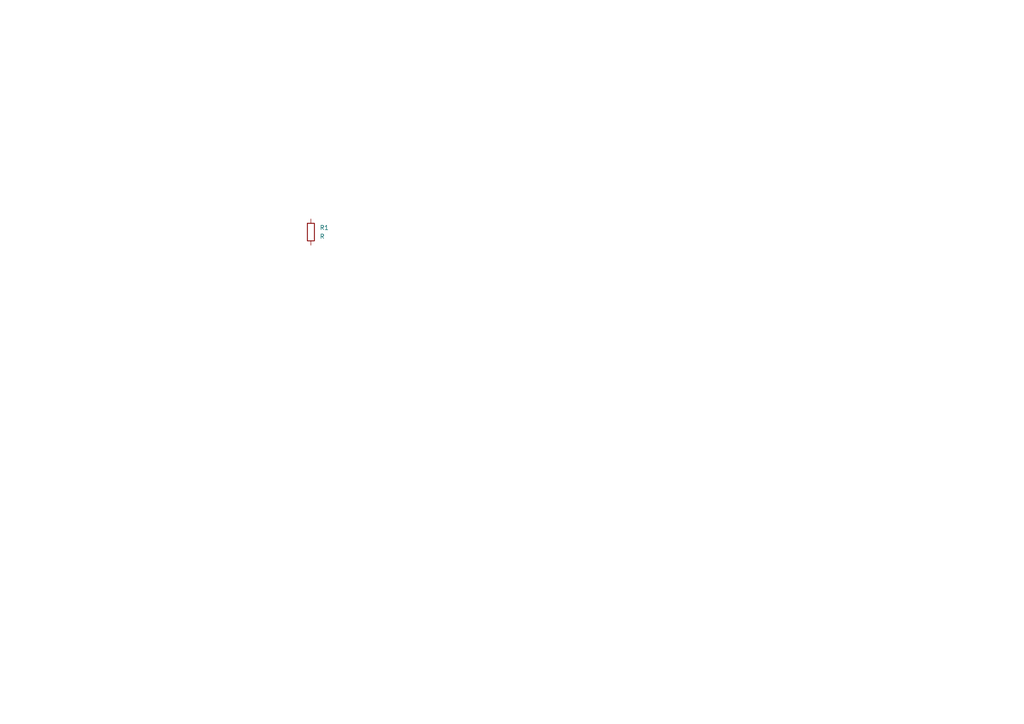
<source format=kicad_sch>
(kicad_sch (version 20230121) (generator eeschema)

  (uuid 19959694-16ff-4d27-b17e-d113485de428)

  (paper "A4")

  (lib_symbols
    (symbol "Device:R" (pin_numbers hide) (pin_names (offset 0)) (in_bom yes) (on_board yes)
      (property "Reference" "R" (at 2.032 0 90)
        (effects (font (size 1.27 1.27)))
      )
      (property "Value" "R" (at 0 0 90)
        (effects (font (size 1.27 1.27)))
      )
      (property "Footprint" "" (at -1.778 0 90)
        (effects (font (size 1.27 1.27)) hide)
      )
      (property "Datasheet" "~" (at 0 0 0)
        (effects (font (size 1.27 1.27)) hide)
      )
      (property "ki_keywords" "R res resistor" (at 0 0 0)
        (effects (font (size 1.27 1.27)) hide)
      )
      (property "ki_description" "Resistor" (at 0 0 0)
        (effects (font (size 1.27 1.27)) hide)
      )
      (property "ki_fp_filters" "R_*" (at 0 0 0)
        (effects (font (size 1.27 1.27)) hide)
      )
      (symbol "R_0_1"
        (rectangle (start -1.016 -2.54) (end 1.016 2.54)
          (stroke (width 0.254) (type default))
          (fill (type none))
        )
      )
      (symbol "R_1_1"
        (pin passive line (at 0 3.81 270) (length 1.27)
          (name "~" (effects (font (size 1.27 1.27))))
          (number "1" (effects (font (size 1.27 1.27))))
        )
        (pin passive line (at 0 -3.81 90) (length 1.27)
          (name "~" (effects (font (size 1.27 1.27))))
          (number "2" (effects (font (size 1.27 1.27))))
        )
      )
    )
  )


  (symbol (lib_id "Device:R") (at 90.17 67.31 0) (unit 1)
    (in_bom yes) (on_board yes) (dnp no) (fields_autoplaced)
    (uuid 53790292-af19-49ea-a204-62145bb1169f)
    (property "Reference" "R1" (at 92.71 66.04 0)
      (effects (font (size 1.27 1.27)) (justify left))
    )
    (property "Value" "R" (at 92.71 68.58 0)
      (effects (font (size 1.27 1.27)) (justify left))
    )
    (property "Footprint" "" (at 88.392 67.31 90)
      (effects (font (size 1.27 1.27)) hide)
    )
    (property "Datasheet" "~" (at 90.17 67.31 0)
      (effects (font (size 1.27 1.27)) hide)
    )
    (pin "2" (uuid 997d9f55-7b6a-4793-8e83-3138bafc029b))
    (pin "1" (uuid a2873acb-1a5b-4d39-8c81-34a6620b9998))
    (instances
      (project "PCB Designing Demo"
        (path "/19959694-16ff-4d27-b17e-d113485de428"
          (reference "R1") (unit 1)
        )
      )
    )
  )

  (sheet_instances
    (path "/" (page "1"))
  )
)

</source>
